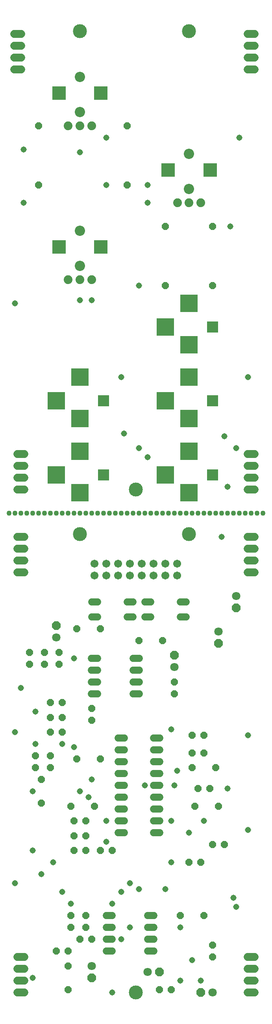
<source format=gts>
G75*
%MOIN*%
%OFA0B0*%
%FSLAX25Y25*%
%IPPOS*%
%LPD*%
%AMOC8*
5,1,8,0,0,1.08239X$1,22.5*
%
%ADD10C,0.04343*%
%ADD11C,0.11824*%
%ADD12R,0.09800X0.09800*%
%ADD13R,0.14800X0.14800*%
%ADD14OC8,0.06000*%
%ADD15OC8,0.07100*%
%ADD16C,0.07100*%
%ADD17C,0.07400*%
%ADD18R,0.11824X0.11824*%
%ADD19C,0.08674*%
%ADD20C,0.06000*%
%ADD21C,0.06800*%
%ADD22C,0.06737*%
%ADD23C,0.05156*%
D10*
X0022200Y0447200D03*
X0027200Y0447200D03*
X0032200Y0447200D03*
X0037200Y0447200D03*
X0042200Y0447200D03*
X0047200Y0447200D03*
X0052200Y0447200D03*
X0057200Y0447200D03*
X0062200Y0447200D03*
X0067200Y0447200D03*
X0072200Y0447200D03*
X0077200Y0447200D03*
X0082200Y0447200D03*
X0087200Y0447200D03*
X0092200Y0447200D03*
X0097200Y0447200D03*
X0102200Y0447200D03*
X0107200Y0447200D03*
X0112200Y0447200D03*
X0117200Y0447200D03*
X0122200Y0447200D03*
X0127200Y0447200D03*
X0132200Y0447200D03*
X0137200Y0447200D03*
X0142200Y0447200D03*
X0147200Y0447200D03*
X0152200Y0447200D03*
X0157200Y0447200D03*
X0162200Y0447200D03*
X0167200Y0447200D03*
X0172200Y0447200D03*
X0177200Y0447200D03*
X0182200Y0447200D03*
X0187200Y0447200D03*
X0192200Y0447200D03*
X0197200Y0447200D03*
X0202200Y0447200D03*
X0207200Y0447200D03*
X0212200Y0447200D03*
X0217200Y0447200D03*
X0222200Y0447200D03*
X0227200Y0447200D03*
X0232200Y0447200D03*
X0237200Y0447200D03*
D11*
X0174700Y0429700D03*
X0129700Y0467200D03*
X0082200Y0429700D03*
X0129700Y0042200D03*
X0174700Y0854700D03*
X0082200Y0854700D03*
D12*
X0102200Y0542200D03*
X0102200Y0479700D03*
X0194700Y0479700D03*
X0194700Y0542200D03*
X0194700Y0604700D03*
D13*
X0174700Y0589700D03*
X0174700Y0562200D03*
X0174700Y0527200D03*
X0174700Y0499700D03*
X0174700Y0464700D03*
X0154700Y0479700D03*
X0154700Y0542200D03*
X0154700Y0604700D03*
X0174700Y0624700D03*
X0082200Y0562200D03*
X0082200Y0527200D03*
X0082200Y0499700D03*
X0082200Y0464700D03*
X0062200Y0479700D03*
X0062200Y0542200D03*
D14*
X0047200Y0724700D03*
X0047200Y0774700D03*
X0122200Y0774700D03*
X0122200Y0724700D03*
X0154700Y0689700D03*
X0154700Y0639700D03*
X0194700Y0639700D03*
X0194700Y0689700D03*
X0099700Y0349700D03*
X0079700Y0349700D03*
X0064700Y0329700D03*
X0064700Y0319700D03*
X0067200Y0287200D03*
X0067200Y0274700D03*
X0067200Y0262200D03*
X0057200Y0262200D03*
X0057200Y0274700D03*
X0057200Y0287200D03*
X0052200Y0319700D03*
X0052200Y0329700D03*
X0039700Y0329700D03*
X0039700Y0319700D03*
X0044700Y0242200D03*
X0044700Y0232200D03*
X0049700Y0222200D03*
X0049700Y0202200D03*
X0057200Y0232200D03*
X0057200Y0242200D03*
X0074700Y0199700D03*
X0077200Y0187200D03*
X0077200Y0174700D03*
X0077200Y0162200D03*
X0087200Y0162200D03*
X0087200Y0174700D03*
X0087200Y0187200D03*
X0094700Y0199700D03*
X0099700Y0162200D03*
X0109700Y0162200D03*
X0099700Y0239700D03*
X0092200Y0272200D03*
X0092200Y0282200D03*
X0079700Y0239700D03*
X0074700Y0107200D03*
X0074700Y0097200D03*
X0072200Y0077200D03*
X0072200Y0064700D03*
X0072200Y0044700D03*
X0062200Y0077200D03*
X0082200Y0087200D03*
X0087200Y0097200D03*
X0087200Y0107200D03*
X0092200Y0087200D03*
X0149700Y0044700D03*
X0159700Y0044700D03*
X0167200Y0107200D03*
X0174700Y0152200D03*
X0184700Y0152200D03*
X0194700Y0167200D03*
X0204700Y0167200D03*
X0199700Y0199700D03*
X0192200Y0214700D03*
X0197200Y0232200D03*
X0187200Y0244700D03*
X0187200Y0259700D03*
X0177200Y0259700D03*
X0177200Y0244700D03*
X0177200Y0232200D03*
X0182200Y0214700D03*
X0179700Y0199700D03*
X0162200Y0294700D03*
X0162200Y0304700D03*
X0152200Y0339700D03*
X0132200Y0339700D03*
X0187200Y0107200D03*
X0194700Y0082200D03*
X0194700Y0072200D03*
D15*
X0184700Y0042200D03*
X0149700Y0059700D03*
X0092200Y0054700D03*
X0162200Y0327200D03*
X0199700Y0337200D03*
X0214700Y0367200D03*
X0062200Y0352200D03*
D16*
X0062200Y0342200D03*
X0092200Y0064700D03*
X0139700Y0059700D03*
X0194700Y0042200D03*
X0162200Y0317200D03*
X0199700Y0347200D03*
X0214700Y0377200D03*
D17*
X0184543Y0709641D03*
X0174700Y0709641D03*
X0164857Y0709641D03*
X0092043Y0774641D03*
X0082200Y0774641D03*
X0072357Y0774641D03*
X0072357Y0644641D03*
X0082200Y0644641D03*
X0092043Y0644641D03*
D18*
X0099917Y0672200D03*
X0064483Y0672200D03*
X0064483Y0802200D03*
X0099917Y0802200D03*
X0156983Y0737200D03*
X0192417Y0737200D03*
D19*
X0174700Y0750980D03*
X0174700Y0721452D03*
X0082200Y0685980D03*
X0082200Y0656452D03*
X0082200Y0786452D03*
X0082200Y0815980D03*
D20*
X0092100Y0372200D02*
X0097300Y0372200D01*
X0097300Y0359700D02*
X0092100Y0359700D01*
X0092000Y0324700D02*
X0097200Y0324700D01*
X0097200Y0314700D02*
X0092000Y0314700D01*
X0092000Y0304700D02*
X0097200Y0304700D01*
X0097200Y0294700D02*
X0092000Y0294700D01*
X0114600Y0257200D02*
X0119800Y0257200D01*
X0119800Y0247200D02*
X0114600Y0247200D01*
X0114600Y0237200D02*
X0119800Y0237200D01*
X0119800Y0227200D02*
X0114600Y0227200D01*
X0114600Y0217200D02*
X0119800Y0217200D01*
X0119800Y0207200D02*
X0114600Y0207200D01*
X0114600Y0197200D02*
X0119800Y0197200D01*
X0119800Y0187200D02*
X0114600Y0187200D01*
X0114600Y0177200D02*
X0119800Y0177200D01*
X0109700Y0107200D02*
X0104500Y0107200D01*
X0104500Y0097200D02*
X0109700Y0097200D01*
X0109700Y0087200D02*
X0104500Y0087200D01*
X0104500Y0077200D02*
X0109700Y0077200D01*
X0139700Y0077200D02*
X0144900Y0077200D01*
X0144900Y0087200D02*
X0139700Y0087200D01*
X0139700Y0097200D02*
X0144900Y0097200D01*
X0144900Y0107200D02*
X0139700Y0107200D01*
X0144600Y0177200D02*
X0149800Y0177200D01*
X0149800Y0187200D02*
X0144600Y0187200D01*
X0144600Y0197200D02*
X0149800Y0197200D01*
X0149800Y0207200D02*
X0144600Y0207200D01*
X0144600Y0217200D02*
X0149800Y0217200D01*
X0149800Y0227200D02*
X0144600Y0227200D01*
X0144600Y0237200D02*
X0149800Y0237200D01*
X0149800Y0247200D02*
X0144600Y0247200D01*
X0144600Y0257200D02*
X0149800Y0257200D01*
X0132400Y0294700D02*
X0127200Y0294700D01*
X0127200Y0304700D02*
X0132400Y0304700D01*
X0132400Y0314700D02*
X0127200Y0314700D01*
X0127200Y0324700D02*
X0132400Y0324700D01*
X0137100Y0359700D02*
X0142300Y0359700D01*
X0142300Y0372200D02*
X0137100Y0372200D01*
X0127300Y0372200D02*
X0122100Y0372200D01*
X0122100Y0359700D02*
X0127300Y0359700D01*
X0167100Y0359700D02*
X0172300Y0359700D01*
X0172300Y0372200D02*
X0167100Y0372200D01*
D21*
X0035200Y0042200D02*
X0029200Y0042200D01*
X0029200Y0052200D02*
X0035200Y0052200D01*
X0035200Y0062200D02*
X0029200Y0062200D01*
X0029200Y0072200D02*
X0035200Y0072200D01*
X0035200Y0397200D02*
X0029200Y0397200D01*
X0029200Y0407200D02*
X0035200Y0407200D01*
X0035200Y0417200D02*
X0029200Y0417200D01*
X0029200Y0427200D02*
X0035200Y0427200D01*
X0035200Y0467200D02*
X0029200Y0467200D01*
X0029200Y0477200D02*
X0035200Y0477200D01*
X0035200Y0487200D02*
X0029200Y0487200D01*
X0029200Y0497200D02*
X0035200Y0497200D01*
X0032700Y0822200D02*
X0026700Y0822200D01*
X0026700Y0832200D02*
X0032700Y0832200D01*
X0032700Y0842200D02*
X0026700Y0842200D01*
X0026700Y0852200D02*
X0032700Y0852200D01*
X0224200Y0852200D02*
X0230200Y0852200D01*
X0230200Y0842200D02*
X0224200Y0842200D01*
X0224200Y0832200D02*
X0230200Y0832200D01*
X0230200Y0822200D02*
X0224200Y0822200D01*
X0224200Y0497200D02*
X0230200Y0497200D01*
X0230200Y0487200D02*
X0224200Y0487200D01*
X0224200Y0477200D02*
X0230200Y0477200D01*
X0230200Y0467200D02*
X0224200Y0467200D01*
X0224200Y0427200D02*
X0230200Y0427200D01*
X0230200Y0417200D02*
X0224200Y0417200D01*
X0224200Y0407200D02*
X0230200Y0407200D01*
X0230200Y0397200D02*
X0224200Y0397200D01*
X0224200Y0072200D02*
X0230200Y0072200D01*
X0230200Y0062200D02*
X0224200Y0062200D01*
X0224200Y0052200D02*
X0230200Y0052200D01*
X0230200Y0042200D02*
X0224200Y0042200D01*
D22*
X0164700Y0394700D03*
X0164700Y0404700D03*
X0154700Y0404700D03*
X0154700Y0394700D03*
X0144700Y0394700D03*
X0144700Y0404700D03*
X0134700Y0404700D03*
X0134700Y0394700D03*
X0124700Y0394700D03*
X0124700Y0404700D03*
X0114700Y0404700D03*
X0114700Y0394700D03*
X0104700Y0394700D03*
X0104700Y0404700D03*
X0094700Y0404700D03*
X0094700Y0394700D03*
D23*
X0077200Y0324700D03*
X0067200Y0252200D03*
X0077200Y0249700D03*
X0082200Y0212200D03*
X0089700Y0207200D03*
X0092200Y0222200D03*
X0104700Y0187200D03*
X0104700Y0169700D03*
X0117200Y0127200D03*
X0124700Y0134700D03*
X0132200Y0129700D03*
X0124700Y0097200D03*
X0117200Y0087200D03*
X0109700Y0117200D03*
X0109700Y0042200D03*
X0074700Y0117200D03*
X0067200Y0127200D03*
X0059700Y0152200D03*
X0049700Y0142200D03*
X0042200Y0162200D03*
X0027200Y0134700D03*
X0042200Y0054700D03*
X0042200Y0212200D03*
X0044700Y0252200D03*
X0044700Y0279700D03*
X0032200Y0299700D03*
X0027200Y0262200D03*
X0117200Y0562200D03*
X0119700Y0514700D03*
X0132200Y0502200D03*
X0139700Y0494700D03*
X0132200Y0639700D03*
X0139700Y0709700D03*
X0139700Y0724700D03*
X0104700Y0724700D03*
X0104700Y0764700D03*
X0082200Y0752200D03*
X0082200Y0627200D03*
X0092200Y0627200D03*
X0034700Y0709700D03*
X0034700Y0754700D03*
X0027200Y0624700D03*
X0137200Y0217200D03*
X0159700Y0187200D03*
X0162200Y0217200D03*
X0164700Y0229700D03*
X0159700Y0264700D03*
X0187200Y0187200D03*
X0174700Y0177200D03*
X0159700Y0152200D03*
X0154700Y0129700D03*
X0167200Y0097200D03*
X0177200Y0069700D03*
X0184700Y0052200D03*
X0167200Y0052200D03*
X0212200Y0122200D03*
X0214700Y0114700D03*
X0224700Y0179700D03*
X0207200Y0214700D03*
X0224700Y0259700D03*
X0202200Y0427200D03*
X0207200Y0469700D03*
X0214700Y0502200D03*
X0204700Y0512200D03*
X0224700Y0562200D03*
X0209700Y0689700D03*
X0217200Y0764700D03*
M02*

</source>
